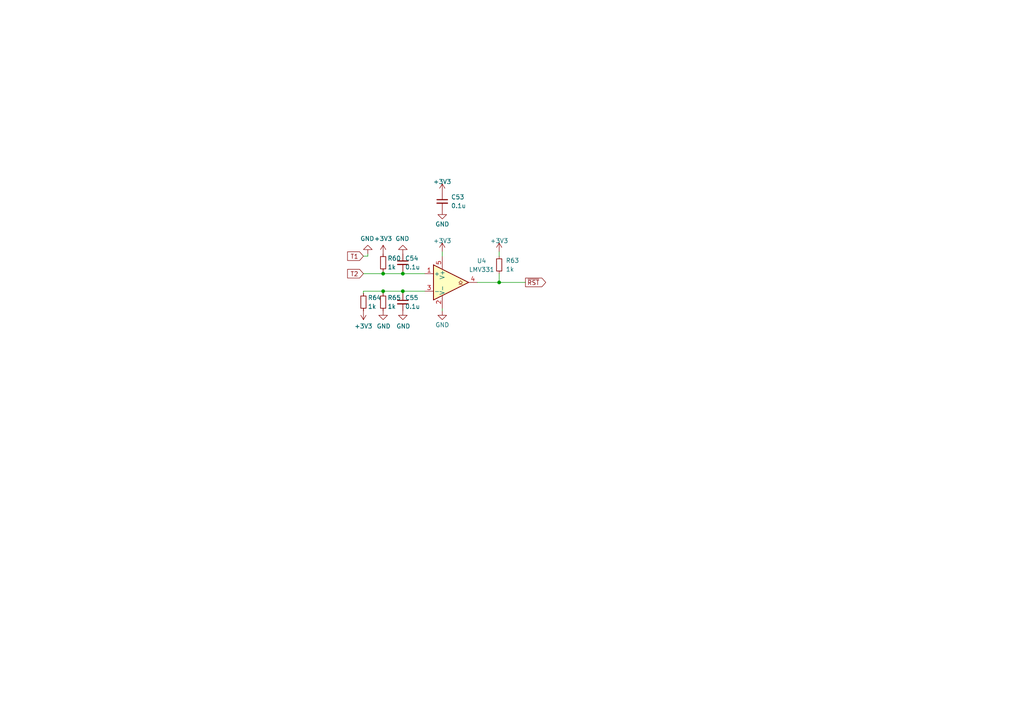
<source format=kicad_sch>
(kicad_sch (version 20231120) (generator "eeschema") (generator_version "8.0")
  (paper "A4")
  (lib_symbols
    (symbol "Comparator:LMV331" (pin_names (offset 0.127))
      (property "Reference" "U" (at 1.27 5.08 0))
      (property "Value" "LMV331" (at 3.81 -5.08 0))
      (symbol "LMV331_0_1"
        (polyline (pts (xy -5.08 5.08) (xy 5.08 0) (xy -5.08 -5.08) (xy -5.08 5.08)) (stroke (width 0.254)) (fill (type background)))
        (polyline (pts (xy 3.302 -0.508) (xy 2.794 -0.508) (xy 3.302 0) (xy 2.794 0.508) (xy 2.286 0) (xy 2.794 -0.508) (xy 2.286 -0.508)) (stroke (width 0.127)))
      )
      (symbol "LMV331_1_1"
        (pin input line (at -7.62 2.54 0) (length 2.54) (name "+") (number "1"))
        (pin power_in line (at -2.54 -7.62 90) (length 3.81) (name "V-") (number "2"))
        (pin input line (at -7.62 -2.54 0) (length 2.54) (name "-") (number "3"))
        (pin open_collector line (at 7.62 0 180) (length 2.54) (name "~") (number "4"))
        (pin power_in line (at -2.54 7.62 270) (length 3.81) (name "V+") (number "5"))
      )
    )
    (symbol "Device:C_Small" (pin_numbers hide) (pin_names (offset 0.254) hide)
      (property "Reference" "C" (at 0.254 1.778 0))
      (property "Value" "C_Small" (at 0.254 -2.032 0))
      (symbol "C_Small_0_1"
        (polyline (pts (xy -1.524 -0.508) (xy 1.524 -0.508)) (stroke (width 0.3302)))
        (polyline (pts (xy -1.524 0.508) (xy 1.524 0.508)) (stroke (width 0.3048)))
      )
      (symbol "C_Small_1_1"
        (pin passive line (at 0 2.54 270) (length 2.032) (name "~") (number "1"))
        (pin passive line (at 0 -2.54 90) (length 2.032) (name "~") (number "2"))
      )
    )
    (symbol "Device:R_Small" (pin_numbers hide) (pin_names (offset 0.254) hide)
      (property "Reference" "R" (at 0.762 0.508 0))
      (property "Value" "R_Small" (at 0.762 -1.016 0))
      (symbol "R_Small_0_1"
        (rectangle (start -0.762 1.778) (end 0.762 -1.778) (stroke (width 0.2032)))
      )
      (symbol "R_Small_1_1"
        (pin passive line (at 0 2.54 270) (length 0.762) (name "~") (number "1"))
        (pin passive line (at 0 -2.54 90) (length 0.762) (name "~") (number "2"))
      )
    )
    (symbol "power:+3.3V" (power) (pin_names (offset 0))
      (property "Value" "+3.3V" (at 0 3.556 0))
      (symbol "+3.3V_0_1"
        (polyline (pts (xy -0.762 1.27) (xy 0 2.54)))
        (polyline (pts (xy 0 0) (xy 0 2.54)))
        (polyline (pts (xy 0 2.54) (xy 0.762 1.27)))
      )
      (symbol "+3.3V_1_1"
        (pin power_in line (at 0 0 90) (length 0) hide (name "+3V3") (number "1"))
      )
    )
    (symbol "power:GND" (power) (pin_names (offset 0))
      (property "Value" "GND" (at 0 -3.81 0))
      (symbol "GND_0_1"
        (polyline (pts (xy 0 0) (xy 0 -1.27) (xy 1.27 -1.27) (xy 0 -2.54) (xy -1.27 -1.27) (xy 0 -1.27)))
      )
      (symbol "GND_1_1"
        (pin power_in line (at 0 0 270) (length 0) hide (name "GND") (number "1"))
      )
    )
  )
  (junction (at 111.125 84.455))
  (junction (at 116.84 84.455))
  (junction (at 111.125 79.375))
  (junction (at 116.84 79.375))
  (junction (at 144.78 81.915))
  (wire (pts (xy 111.125 84.455) (xy 116.84 84.455)))
  (wire (pts (xy 111.125 84.455) (xy 111.125 85.09)))
  (wire (pts (xy 138.43 81.915) (xy 144.78 81.915)))
  (wire (pts (xy 105.41 79.375) (xy 111.125 79.375)))
  (wire (pts (xy 128.27 90.17) (xy 128.27 89.535)))
  (wire (pts (xy 111.125 78.74) (xy 111.125 79.375)))
  (wire (pts (xy 116.84 84.455) (xy 123.19 84.455)))
  (wire (pts (xy 105.41 84.455) (xy 105.41 85.09)))
  (wire (pts (xy 128.27 73.025) (xy 128.27 74.295)))
  (wire (pts (xy 116.84 79.375) (xy 116.84 78.74)))
  (wire (pts (xy 105.41 84.455) (xy 111.125 84.455)))
  (wire (pts (xy 116.84 85.09) (xy 116.84 84.455)))
  (wire (pts (xy 123.19 79.375) (xy 116.84 79.375)))
  (wire (pts (xy 106.68 74.295) (xy 106.68 73.66)))
  (wire (pts (xy 105.41 74.295) (xy 106.68 74.295)))
  (wire (pts (xy 144.78 81.915) (xy 152.4 81.915)))
  (wire (pts (xy 111.125 79.375) (xy 116.84 79.375)))
  (wire (pts (xy 144.78 81.915) (xy 144.78 79.375)))
  (wire (pts (xy 144.78 74.295) (xy 144.78 73.025)))
  (global_label "T1" (shape input) (at 105.41 74.295 180) (property "Intersheetrefs" "${INTERSHEET_REFS}" (effects (hide yes))))
  (global_label "T2" (shape input) (at 105.41 79.375 180) (property "Intersheetrefs" "${INTERSHEET_REFS}" (effects (hide yes))))
  (global_label "~{RST}" (shape output) (at 152.4 81.915 0) (property "Intersheetrefs" "${INTERSHEET_REFS}" (effects (hide yes))))
  (symbol (lib_id "power:+3.3V") (at 111.125 73.66 0) (unit 1)
    (property "Reference" "#PWR082" (effects (hide yes)))
    (property "Value" "+3V3" (at 111.125 69.215 0))
    (instances (project "Adapter" (path "" (reference "#PWR082") (unit 1)) (path "" (reference "#PWR061") (unit 1)) (path "" (reference "#PWR093") (unit 1))))
  )
  (symbol (lib_id "Comparator:LMV331") (at 130.81 81.915 0) (unit 1)
    (property "Reference" "U4" (at 139.7 75.6555 0))
    (property "Value" "LMV331" (at 139.7 78.1955 0))
    (property "Footprint" "Package_TO_SOT_SMD:SOT-23-5_HandSoldering" (effects (hide yes)))
    (property "Datasheet" "http://www.ti.com/lit/ds/symlink/lmv331.pdf" (effects (hide yes)))
    (property "Description" "Single General-Purpose Low-Voltage Comparator, SOT-23-5/SC-70-5" (effects (hide yes)))
    (instances (project "Adapter" (path "" (reference "U4") (unit 1)) (path "" (reference "U4") (unit 1)) (path "" (reference "U6") (unit 1))))
  )
  (symbol (lib_id "power:GND") (at 128.27 60.96 0) (unit 1)
    (property "Reference" "#PWR075" (effects (hide yes)))
    (property "Value" "GND" (at 126.238 65.024 0) (effects (justify left)))
    (instances (project "Adapter" (path "" (reference "#PWR075") (unit 1)) (path "" (reference "#PWR068") (unit 1)) (path "" (reference "#PWR089") (unit 1))))
  )
  (symbol (lib_id "power:GND") (at 116.84 73.66 180) (unit 1)
    (property "Reference" "#PWR083" (effects (hide yes)))
    (property "Value" "GND" (at 118.745 69.215 0) (effects (justify left)))
    (instances (project "Adapter" (path "" (reference "#PWR083") (unit 1)) (path "" (reference "#PWR071") (unit 1)) (path "" (reference "#PWR094") (unit 1))))
  )
  (symbol (lib_id "power:+3.3V") (at 128.27 73.025 0) (unit 1)
    (property "Reference" "#PWR076" (effects (hide yes)))
    (property "Value" "+3V3" (at 128.27 69.85 0))
    (instances (project "Adapter" (path "" (reference "#PWR076") (unit 1)) (path "" (reference "#PWR066") (unit 1)) (path "" (reference "#PWR090") (unit 1))))
  )
  (symbol (lib_id "power:+3.3V") (at 105.41 90.17 180) (unit 1)
    (property "Reference" "#PWR084" (effects (hide yes)))
    (property "Value" "+3V3" (at 105.41 94.615 0))
    (instances (project "Adapter" (path "" (reference "#PWR084") (unit 1)) (path "" (reference "#PWR070") (unit 1)) (path "" (reference "#PWR095") (unit 1))))
  )
  (symbol (lib_id "power:GND") (at 111.125 90.17 0) (unit 1)
    (property "Reference" "#PWR085" (effects (hide yes)))
    (property "Value" "GND" (at 109.22 94.615 0) (effects (justify left)))
    (instances (project "Adapter" (path "" (reference "#PWR085") (unit 1)) (path "" (reference "#PWR064") (unit 1)) (path "" (reference "#PWR096") (unit 1))))
  )
  (symbol (lib_id "Device:R_Small") (at 105.41 87.63 180) (unit 1)
    (property "Reference" "R64" (at 106.68 86.36 0) (effects (justify right)))
    (property "Value" "1k" (at 106.68 88.9 0) (effects (justify right)))
    (property "Footprint" "Resistor_SMD:R_0805_2012Metric_Pad1.20x1.40mm_HandSolder" (effects (hide yes)))
    (property "Description" "Resistor, small symbol" (effects (hide yes)))
    (instances (project "Adapter" (path "" (reference "R64") (unit 1)) (path "" (reference "R58") (unit 1)) (path "" (reference "R75") (unit 1))))
  )
  (symbol (lib_id "power:+3.3V") (at 128.27 55.88 0) (unit 1)
    (property "Reference" "#PWR072" (effects (hide yes)))
    (property "Value" "+3V3" (at 128.27 52.705 0))
    (instances (project "Adapter" (path "" (reference "#PWR072") (unit 1)) (path "" (reference "#PWR067") (unit 1)) (path "" (reference "#PWR088") (unit 1))))
  )
  (symbol (lib_id "Device:R_Small") (at 111.125 76.2 0) (unit 1)
    (property "Reference" "R60" (at 112.395 74.93 0) (effects (justify left)))
    (property "Value" "1k" (at 112.395 77.47 0) (effects (justify left)))
    (property "Footprint" "Resistor_SMD:R_0805_2012Metric_Pad1.20x1.40mm_HandSolder" (effects (hide yes)))
    (property "Description" "Resistor, small symbol" (effects (hide yes)))
    (instances (project "Adapter" (path "" (reference "R60") (unit 1)) (path "" (reference "R60") (unit 1)) (path "" (reference "R70") (unit 1))))
  )
  (symbol (lib_id "Device:C_Small") (at 116.84 87.63 0) (unit 1)
    (property "Reference" "C55" (at 117.475 86.36 0) (effects (justify left)))
    (property "Value" "0.1u" (at 117.475 88.9 0) (effects (justify left)))
    (property "Footprint" "Capacitor_SMD:C_0805_2012Metric_Pad1.18x1.45mm_HandSolder" (effects (hide yes)))
    (property "Description" "Unpolarized capacitor, small symbol" (effects (hide yes)))
    (instances (project "Adapter" (path "" (reference "C55") (unit 1)) (path "" (reference "C50") (unit 1)) (path "" (reference "C76") (unit 1))))
  )
  (symbol (lib_id "Device:R_Small") (at 111.125 87.63 0) (unit 1)
    (property "Reference" "R65" (at 112.395 86.36 0) (effects (justify left)))
    (property "Value" "1k" (at 112.395 88.9 0) (effects (justify left)))
    (property "Footprint" "Resistor_SMD:R_0805_2012Metric_Pad1.20x1.40mm_HandSolder" (effects (hide yes)))
    (property "Description" "Resistor, small symbol" (effects (hide yes)))
    (instances (project "Adapter" (path "" (reference "R65") (unit 1)) (path "" (reference "R59") (unit 1)) (path "" (reference "R76") (unit 1))))
  )
  (symbol (lib_id "power:GND") (at 128.27 90.17 0) (unit 1)
    (property "Reference" "#PWR087" (effects (hide yes)))
    (property "Value" "GND" (at 126.238 94.234 0) (effects (justify left)))
    (instances (project "Adapter" (path "" (reference "#PWR087") (unit 1)) (path "" (reference "#PWR065") (unit 1)) (path "" (reference "#PWR098") (unit 1))))
  )
  (symbol (lib_id "power:GND") (at 116.84 90.17 0) (unit 1)
    (property "Reference" "#PWR086" (effects (hide yes)))
    (property "Value" "GND" (at 114.935 94.615 0) (effects (justify left)))
    (instances (project "Adapter" (path "" (reference "#PWR086") (unit 1)) (path "" (reference "#PWR069") (unit 1)) (path "" (reference "#PWR097") (unit 1))))
  )
  (symbol (lib_id "power:+3.3V") (at 144.78 73.025 0) (unit 1)
    (property "Reference" "#PWR079" (effects (hide yes)))
    (property "Value" "+3V3" (at 144.78 69.85 0))
    (instances (project "Adapter" (path "" (reference "#PWR079") (unit 1)) (path "" (reference "#PWR063") (unit 1)) (path "" (reference "#PWR091") (unit 1))))
  )
  (symbol (lib_id "Device:R_Small") (at 144.78 76.835 0) (unit 1)
    (property "Reference" "R63" (at 146.685 75.565 0) (effects (justify left)))
    (property "Value" "1k" (at 146.685 78.105 0) (effects (justify left)))
    (property "Footprint" "Resistor_SMD:R_0805_2012Metric_Pad1.20x1.40mm_HandSolder" (effects (hide yes)))
    (property "Description" "Resistor, small symbol" (effects (hide yes)))
    (instances (project "Adapter" (path "" (reference "R63") (unit 1)) (path "" (reference "R57") (unit 1)) (path "" (reference "R72") (unit 1))))
  )
  (symbol (lib_id "power:GND") (at 106.68 73.66 180) (unit 1)
    (property "Reference" "#PWR080" (effects (hide yes)))
    (property "Value" "GND" (at 108.585 69.215 0) (effects (justify left)))
    (instances (project "Adapter" (path "" (reference "#PWR080") (unit 1)) (path "" (reference "#PWR062") (unit 1)) (path "" (reference "#PWR092") (unit 1))))
  )
  (symbol (lib_id "Device:C_Small") (at 116.84 76.2 0) (unit 1)
    (property "Reference" "C54" (at 117.475 74.93 0) (effects (justify left)))
    (property "Value" "0.1u" (at 117.475 77.47 0) (effects (justify left)))
    (property "Footprint" "Capacitor_SMD:C_0805_2012Metric_Pad1.18x1.45mm_HandSolder" (effects (hide yes)))
    (property "Description" "Unpolarized capacitor, small symbol" (effects (hide yes)))
    (instances (project "Adapter" (path "" (reference "C54") (unit 1)) (path "" (reference "C52") (unit 1)) (path "" (reference "C75") (unit 1))))
  )
  (symbol (lib_id "Device:C_Small") (at 128.27 58.42 0) (unit 1)
    (property "Reference" "C53" (at 130.81 57.1563 0) (effects (justify left)))
    (property "Value" "0.1u" (at 130.81 59.6963 0) (effects (justify left)))
    (property "Footprint" "Capacitor_SMD:C_0805_2012Metric_Pad1.18x1.45mm_HandSolder" (effects (hide yes)))
    (property "Description" "Unpolarized capacitor, small symbol" (effects (hide yes)))
    (instances (project "Adapter" (path "" (reference "C53") (unit 1)) (path "" (reference "C51") (unit 1)) (path "" (reference "C56") (unit 1))))
  )
)
</source>
